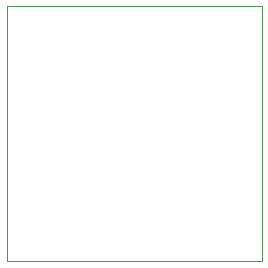
<source format=gbr>
G04 #@! TF.GenerationSoftware,KiCad,Pcbnew,(5.1.5)-3*
G04 #@! TF.CreationDate,2020-05-15T17:18:22+09:00*
G04 #@! TF.ProjectId,test1,74657374-312e-46b6-9963-61645f706362,rev?*
G04 #@! TF.SameCoordinates,Original*
G04 #@! TF.FileFunction,Profile,NP*
%FSLAX46Y46*%
G04 Gerber Fmt 4.6, Leading zero omitted, Abs format (unit mm)*
G04 Created by KiCad (PCBNEW (5.1.5)-3) date 2020-05-15 17:18:22*
%MOMM*%
%LPD*%
G04 APERTURE LIST*
%ADD10C,0.050000*%
G04 APERTURE END LIST*
D10*
X78740000Y-121920000D02*
X78740000Y-100330000D01*
X100330000Y-121920000D02*
X78740000Y-121920000D01*
X100330000Y-100330000D02*
X100330000Y-121920000D01*
X78740000Y-100330000D02*
X100330000Y-100330000D01*
M02*

</source>
